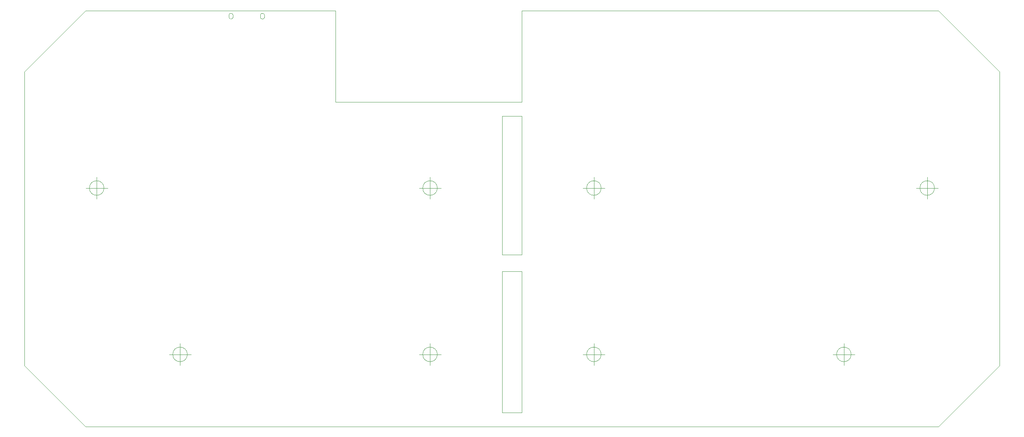
<source format=gbr>
%TF.GenerationSoftware,KiCad,Pcbnew,5.1.10*%
%TF.CreationDate,2021-05-03T09:29:55+02:00*%
%TF.ProjectId,splitboard,73706c69-7462-46f6-9172-642e6b696361,rev?*%
%TF.SameCoordinates,Original*%
%TF.FileFunction,Profile,NP*%
%FSLAX46Y46*%
G04 Gerber Fmt 4.6, Leading zero omitted, Abs format (unit mm)*
G04 Created by KiCad (PCBNEW 5.1.10) date 2021-05-03 09:29:55*
%MOMM*%
%LPD*%
G01*
G04 APERTURE LIST*
%TA.AperFunction,Profile*%
%ADD10C,0.050000*%
%TD*%
G04 APERTURE END LIST*
D10*
X125730000Y-83820000D02*
X125730000Y-115570000D01*
X130175000Y-115570000D02*
X130175000Y-83820000D01*
X130175000Y-115570000D02*
X125730000Y-115570000D01*
X125730000Y-119380000D02*
X130175000Y-119380000D01*
X125730000Y-154940000D02*
X130175000Y-154940000D01*
X125730000Y-119380000D02*
X125730000Y-151765000D01*
X130175000Y-83820000D02*
X125730000Y-83820000D01*
X130175000Y-151765000D02*
X130175000Y-119380000D01*
X125730000Y-151765000D02*
X130175000Y-151765000D01*
X16510000Y-140970000D02*
X16510000Y-73660000D01*
X225425000Y-154940000D02*
X130175000Y-154940000D01*
X239395000Y-140970000D02*
X225425000Y-154940000D01*
X239395000Y-73660000D02*
X239395000Y-140970000D01*
X225425000Y-59690000D02*
X239395000Y-73660000D01*
X130175000Y-59690000D02*
X225425000Y-59690000D01*
X130175000Y-80645000D02*
X125730000Y-80645000D01*
X130175000Y-59690000D02*
X130175000Y-80645000D01*
X87630000Y-80645000D02*
X125730000Y-80645000D01*
X87630000Y-59690000D02*
X87630000Y-80645000D01*
X30480000Y-59690000D02*
X87630000Y-59690000D01*
X16510000Y-73660000D02*
X30480000Y-59690000D01*
X30480000Y-154940000D02*
X125730000Y-154940000D01*
X16510000Y-140970000D02*
X30480000Y-154940000D01*
X53736666Y-138430000D02*
G75*
G03*
X53736666Y-138430000I-1666666J0D01*
G01*
X49570000Y-138430000D02*
X54570000Y-138430000D01*
X52070000Y-135930000D02*
X52070000Y-140930000D01*
X110886666Y-138430000D02*
G75*
G03*
X110886666Y-138430000I-1666666J0D01*
G01*
X106720000Y-138430000D02*
X111720000Y-138430000D01*
X109220000Y-135930000D02*
X109220000Y-140930000D01*
X110886666Y-100330000D02*
G75*
G03*
X110886666Y-100330000I-1666666J0D01*
G01*
X106720000Y-100330000D02*
X111720000Y-100330000D01*
X109220000Y-97830000D02*
X109220000Y-102830000D01*
X34686666Y-100330000D02*
G75*
G03*
X34686666Y-100330000I-1666666J0D01*
G01*
X30520000Y-100330000D02*
X35520000Y-100330000D01*
X33020000Y-97830000D02*
X33020000Y-102830000D01*
X148351666Y-100330000D02*
G75*
G03*
X148351666Y-100330000I-1666666J0D01*
G01*
X144185000Y-100330000D02*
X149185000Y-100330000D01*
X146685000Y-97830000D02*
X146685000Y-102830000D01*
X224551666Y-100330000D02*
G75*
G03*
X224551666Y-100330000I-1666666J0D01*
G01*
X220385000Y-100330000D02*
X225385000Y-100330000D01*
X222885000Y-97830000D02*
X222885000Y-102830000D01*
X205501666Y-138430000D02*
G75*
G03*
X205501666Y-138430000I-1666666J0D01*
G01*
X201335000Y-138430000D02*
X206335000Y-138430000D01*
X203835000Y-135930000D02*
X203835000Y-140930000D01*
X148351666Y-138430000D02*
G75*
G03*
X148351666Y-138430000I-1666666J0D01*
G01*
X144185000Y-138430000D02*
X149185000Y-138430000D01*
X146685000Y-135930000D02*
X146685000Y-140930000D01*
%TO.C,X3*%
X71010000Y-61615000D02*
X70810000Y-61615000D01*
X70460000Y-61265000D02*
X70460000Y-60715000D01*
X70810000Y-60315000D02*
X71010000Y-60315000D01*
X71360000Y-60715000D02*
X71360000Y-61265000D01*
X63260000Y-61265000D02*
X63260000Y-60665000D01*
X64160000Y-60665000D02*
X64160000Y-61265000D01*
X63710000Y-61615000D02*
G75*
G03*
X64160000Y-61265000I50000J400000D01*
G01*
X63260000Y-61265000D02*
G75*
G03*
X63710000Y-61615000I400000J50000D01*
G01*
X64160000Y-60665000D02*
G75*
G03*
X63710000Y-60315000I-400000J-50000D01*
G01*
X63710000Y-60315000D02*
G75*
G03*
X63260000Y-60665000I-50000J-400000D01*
G01*
X71360000Y-60715000D02*
G75*
G03*
X71010000Y-60315000I-375000J25000D01*
G01*
X70810000Y-60315000D02*
G75*
G03*
X70460000Y-60715000I25000J-375000D01*
G01*
X70460000Y-61265000D02*
G75*
G03*
X70810000Y-61615000I350000J0D01*
G01*
X71010000Y-61615000D02*
G75*
G03*
X71360000Y-61265000I0J350000D01*
G01*
%TD*%
M02*

</source>
